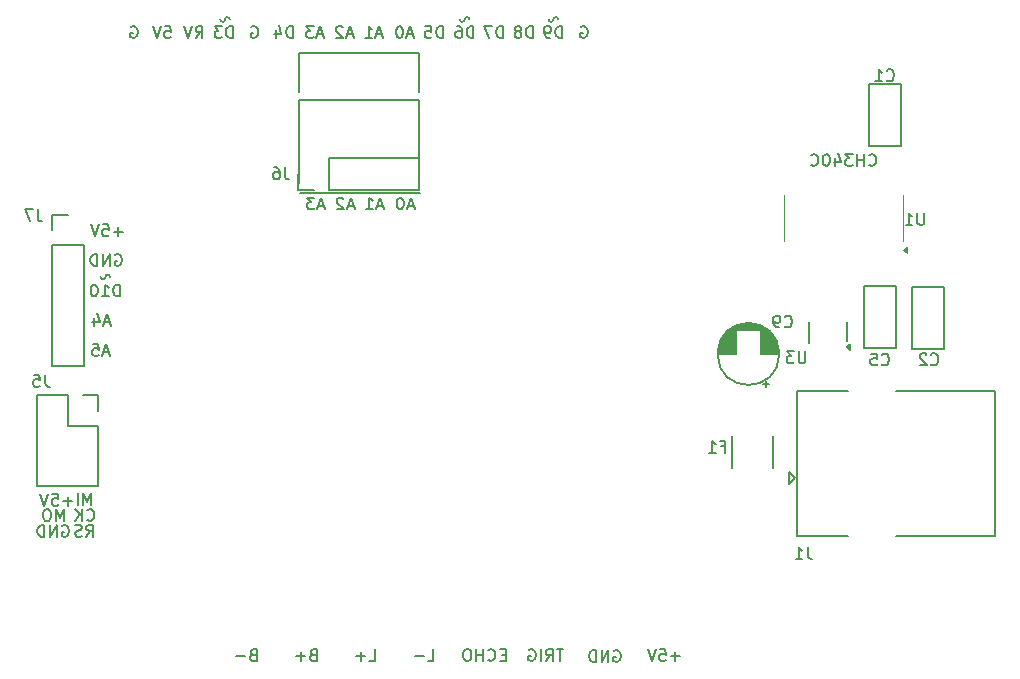
<source format=gbr>
%TF.GenerationSoftware,KiCad,Pcbnew,9.0.4*%
%TF.CreationDate,2025-08-25T16:14:29+02:00*%
%TF.ProjectId,livello_serbatoio_definitiva,6c697665-6c6c-46f5-9f73-65726261746f,D*%
%TF.SameCoordinates,Original*%
%TF.FileFunction,Legend,Bot*%
%TF.FilePolarity,Positive*%
%FSLAX46Y46*%
G04 Gerber Fmt 4.6, Leading zero omitted, Abs format (unit mm)*
G04 Created by KiCad (PCBNEW 9.0.4) date 2025-08-25 16:14:29*
%MOMM*%
%LPD*%
G01*
G04 APERTURE LIST*
%ADD10C,0.150000*%
%ADD11C,0.153000*%
%ADD12C,0.160000*%
%ADD13C,0.120000*%
G04 APERTURE END LIST*
D10*
X104700000Y-84000000D02*
G75*
G02*
X104300000Y-84000000I-200000J0D01*
G01*
X104700000Y-84000000D02*
G75*
G02*
X105100000Y-84000000I200000J0D01*
G01*
X110960000Y-90130000D02*
X110960000Y-86870000D01*
X121140000Y-86870000D02*
X121140000Y-90130000D01*
X110960000Y-90830000D02*
X110960000Y-97840000D01*
X132500000Y-84000000D02*
G75*
G02*
X132100000Y-84000000I-200000J0D01*
G01*
X94570000Y-105800000D02*
G75*
G02*
X94970000Y-105800000I200000J0D01*
G01*
X110970000Y-86870000D02*
X121140000Y-86870000D01*
X94570000Y-105800000D02*
G75*
G02*
X94170000Y-105800000I-200000J0D01*
G01*
X132500000Y-84000000D02*
G75*
G02*
X132900000Y-84000000I200000J0D01*
G01*
X121140000Y-90850000D02*
X110960000Y-90850000D01*
X121205000Y-98650000D02*
X111025000Y-98650000D01*
X125000000Y-84000000D02*
G75*
G02*
X125400000Y-84000000I200000J0D01*
G01*
X125000000Y-84000000D02*
G75*
G02*
X124600000Y-84000000I-200000J0D01*
G01*
X121140000Y-97840000D02*
X121140000Y-90840000D01*
X116919523Y-138304819D02*
X117395713Y-138304819D01*
X117395713Y-138304819D02*
X117395713Y-137304819D01*
X116586189Y-137923866D02*
X115824285Y-137923866D01*
X116205237Y-138304819D02*
X116205237Y-137542914D01*
X107057618Y-137781009D02*
X106914761Y-137828628D01*
X106914761Y-137828628D02*
X106867142Y-137876247D01*
X106867142Y-137876247D02*
X106819523Y-137971485D01*
X106819523Y-137971485D02*
X106819523Y-138114342D01*
X106819523Y-138114342D02*
X106867142Y-138209580D01*
X106867142Y-138209580D02*
X106914761Y-138257200D01*
X106914761Y-138257200D02*
X107009999Y-138304819D01*
X107009999Y-138304819D02*
X107390951Y-138304819D01*
X107390951Y-138304819D02*
X107390951Y-137304819D01*
X107390951Y-137304819D02*
X107057618Y-137304819D01*
X107057618Y-137304819D02*
X106962380Y-137352438D01*
X106962380Y-137352438D02*
X106914761Y-137400057D01*
X106914761Y-137400057D02*
X106867142Y-137495295D01*
X106867142Y-137495295D02*
X106867142Y-137590533D01*
X106867142Y-137590533D02*
X106914761Y-137685771D01*
X106914761Y-137685771D02*
X106962380Y-137733390D01*
X106962380Y-137733390D02*
X107057618Y-137781009D01*
X107057618Y-137781009D02*
X107390951Y-137781009D01*
X106390951Y-137923866D02*
X105629047Y-137923866D01*
X91057142Y-126474819D02*
X91057142Y-125474819D01*
X91057142Y-125474819D02*
X90723809Y-126189104D01*
X90723809Y-126189104D02*
X90390476Y-125474819D01*
X90390476Y-125474819D02*
X90390476Y-126474819D01*
X89723809Y-125474819D02*
X89533333Y-125474819D01*
X89533333Y-125474819D02*
X89438095Y-125522438D01*
X89438095Y-125522438D02*
X89342857Y-125617676D01*
X89342857Y-125617676D02*
X89295238Y-125808152D01*
X89295238Y-125808152D02*
X89295238Y-126141485D01*
X89295238Y-126141485D02*
X89342857Y-126331961D01*
X89342857Y-126331961D02*
X89438095Y-126427200D01*
X89438095Y-126427200D02*
X89533333Y-126474819D01*
X89533333Y-126474819D02*
X89723809Y-126474819D01*
X89723809Y-126474819D02*
X89819047Y-126427200D01*
X89819047Y-126427200D02*
X89914285Y-126331961D01*
X89914285Y-126331961D02*
X89961904Y-126141485D01*
X89961904Y-126141485D02*
X89961904Y-125808152D01*
X89961904Y-125808152D02*
X89914285Y-125617676D01*
X89914285Y-125617676D02*
X89819047Y-125522438D01*
X89819047Y-125522438D02*
X89723809Y-125474819D01*
X94894285Y-112189104D02*
X94418095Y-112189104D01*
X94989523Y-112474819D02*
X94656190Y-111474819D01*
X94656190Y-111474819D02*
X94322857Y-112474819D01*
X93513333Y-111474819D02*
X93989523Y-111474819D01*
X93989523Y-111474819D02*
X94037142Y-111951009D01*
X94037142Y-111951009D02*
X93989523Y-111903390D01*
X93989523Y-111903390D02*
X93894285Y-111855771D01*
X93894285Y-111855771D02*
X93656190Y-111855771D01*
X93656190Y-111855771D02*
X93560952Y-111903390D01*
X93560952Y-111903390D02*
X93513333Y-111951009D01*
X93513333Y-111951009D02*
X93465714Y-112046247D01*
X93465714Y-112046247D02*
X93465714Y-112284342D01*
X93465714Y-112284342D02*
X93513333Y-112379580D01*
X93513333Y-112379580D02*
X93560952Y-112427200D01*
X93560952Y-112427200D02*
X93656190Y-112474819D01*
X93656190Y-112474819D02*
X93894285Y-112474819D01*
X93894285Y-112474819D02*
X93989523Y-112427200D01*
X93989523Y-112427200D02*
X94037142Y-112379580D01*
X94954285Y-109629104D02*
X94478095Y-109629104D01*
X95049523Y-109914819D02*
X94716190Y-108914819D01*
X94716190Y-108914819D02*
X94382857Y-109914819D01*
X93620952Y-109248152D02*
X93620952Y-109914819D01*
X93859047Y-108867200D02*
X94097142Y-109581485D01*
X94097142Y-109581485D02*
X93478095Y-109581485D01*
X95814285Y-107444819D02*
X95814285Y-106444819D01*
X95814285Y-106444819D02*
X95576190Y-106444819D01*
X95576190Y-106444819D02*
X95433333Y-106492438D01*
X95433333Y-106492438D02*
X95338095Y-106587676D01*
X95338095Y-106587676D02*
X95290476Y-106682914D01*
X95290476Y-106682914D02*
X95242857Y-106873390D01*
X95242857Y-106873390D02*
X95242857Y-107016247D01*
X95242857Y-107016247D02*
X95290476Y-107206723D01*
X95290476Y-107206723D02*
X95338095Y-107301961D01*
X95338095Y-107301961D02*
X95433333Y-107397200D01*
X95433333Y-107397200D02*
X95576190Y-107444819D01*
X95576190Y-107444819D02*
X95814285Y-107444819D01*
X94290476Y-107444819D02*
X94861904Y-107444819D01*
X94576190Y-107444819D02*
X94576190Y-106444819D01*
X94576190Y-106444819D02*
X94671428Y-106587676D01*
X94671428Y-106587676D02*
X94766666Y-106682914D01*
X94766666Y-106682914D02*
X94861904Y-106730533D01*
X93671428Y-106444819D02*
X93576190Y-106444819D01*
X93576190Y-106444819D02*
X93480952Y-106492438D01*
X93480952Y-106492438D02*
X93433333Y-106540057D01*
X93433333Y-106540057D02*
X93385714Y-106635295D01*
X93385714Y-106635295D02*
X93338095Y-106825771D01*
X93338095Y-106825771D02*
X93338095Y-107063866D01*
X93338095Y-107063866D02*
X93385714Y-107254342D01*
X93385714Y-107254342D02*
X93433333Y-107349580D01*
X93433333Y-107349580D02*
X93480952Y-107397200D01*
X93480952Y-107397200D02*
X93576190Y-107444819D01*
X93576190Y-107444819D02*
X93671428Y-107444819D01*
X93671428Y-107444819D02*
X93766666Y-107397200D01*
X93766666Y-107397200D02*
X93814285Y-107349580D01*
X93814285Y-107349580D02*
X93861904Y-107254342D01*
X93861904Y-107254342D02*
X93909523Y-107063866D01*
X93909523Y-107063866D02*
X93909523Y-106825771D01*
X93909523Y-106825771D02*
X93861904Y-106635295D01*
X93861904Y-106635295D02*
X93814285Y-106540057D01*
X93814285Y-106540057D02*
X93766666Y-106492438D01*
X93766666Y-106492438D02*
X93671428Y-106444819D01*
X113014285Y-85269104D02*
X112538095Y-85269104D01*
X113109523Y-85554819D02*
X112776190Y-84554819D01*
X112776190Y-84554819D02*
X112442857Y-85554819D01*
X112204761Y-84554819D02*
X111585714Y-84554819D01*
X111585714Y-84554819D02*
X111919047Y-84935771D01*
X111919047Y-84935771D02*
X111776190Y-84935771D01*
X111776190Y-84935771D02*
X111680952Y-84983390D01*
X111680952Y-84983390D02*
X111633333Y-85031009D01*
X111633333Y-85031009D02*
X111585714Y-85126247D01*
X111585714Y-85126247D02*
X111585714Y-85364342D01*
X111585714Y-85364342D02*
X111633333Y-85459580D01*
X111633333Y-85459580D02*
X111680952Y-85507200D01*
X111680952Y-85507200D02*
X111776190Y-85554819D01*
X111776190Y-85554819D02*
X112061904Y-85554819D01*
X112061904Y-85554819D02*
X112157142Y-85507200D01*
X112157142Y-85507200D02*
X112204761Y-85459580D01*
X115514285Y-85269104D02*
X115038095Y-85269104D01*
X115609523Y-85554819D02*
X115276190Y-84554819D01*
X115276190Y-84554819D02*
X114942857Y-85554819D01*
X114657142Y-84650057D02*
X114609523Y-84602438D01*
X114609523Y-84602438D02*
X114514285Y-84554819D01*
X114514285Y-84554819D02*
X114276190Y-84554819D01*
X114276190Y-84554819D02*
X114180952Y-84602438D01*
X114180952Y-84602438D02*
X114133333Y-84650057D01*
X114133333Y-84650057D02*
X114085714Y-84745295D01*
X114085714Y-84745295D02*
X114085714Y-84840533D01*
X114085714Y-84840533D02*
X114133333Y-84983390D01*
X114133333Y-84983390D02*
X114704761Y-85554819D01*
X114704761Y-85554819D02*
X114085714Y-85554819D01*
X118014285Y-85269104D02*
X117538095Y-85269104D01*
X118109523Y-85554819D02*
X117776190Y-84554819D01*
X117776190Y-84554819D02*
X117442857Y-85554819D01*
X116585714Y-85554819D02*
X117157142Y-85554819D01*
X116871428Y-85554819D02*
X116871428Y-84554819D01*
X116871428Y-84554819D02*
X116966666Y-84697676D01*
X116966666Y-84697676D02*
X117061904Y-84792914D01*
X117061904Y-84792914D02*
X117157142Y-84840533D01*
X120614285Y-85269104D02*
X120138095Y-85269104D01*
X120709523Y-85554819D02*
X120376190Y-84554819D01*
X120376190Y-84554819D02*
X120042857Y-85554819D01*
X119519047Y-84554819D02*
X119423809Y-84554819D01*
X119423809Y-84554819D02*
X119328571Y-84602438D01*
X119328571Y-84602438D02*
X119280952Y-84650057D01*
X119280952Y-84650057D02*
X119233333Y-84745295D01*
X119233333Y-84745295D02*
X119185714Y-84935771D01*
X119185714Y-84935771D02*
X119185714Y-85173866D01*
X119185714Y-85173866D02*
X119233333Y-85364342D01*
X119233333Y-85364342D02*
X119280952Y-85459580D01*
X119280952Y-85459580D02*
X119328571Y-85507200D01*
X119328571Y-85507200D02*
X119423809Y-85554819D01*
X119423809Y-85554819D02*
X119519047Y-85554819D01*
X119519047Y-85554819D02*
X119614285Y-85507200D01*
X119614285Y-85507200D02*
X119661904Y-85459580D01*
X119661904Y-85459580D02*
X119709523Y-85364342D01*
X119709523Y-85364342D02*
X119757142Y-85173866D01*
X119757142Y-85173866D02*
X119757142Y-84935771D01*
X119757142Y-84935771D02*
X119709523Y-84745295D01*
X119709523Y-84745295D02*
X119661904Y-84650057D01*
X119661904Y-84650057D02*
X119614285Y-84602438D01*
X119614285Y-84602438D02*
X119519047Y-84554819D01*
X95401904Y-103912438D02*
X95497142Y-103864819D01*
X95497142Y-103864819D02*
X95639999Y-103864819D01*
X95639999Y-103864819D02*
X95782856Y-103912438D01*
X95782856Y-103912438D02*
X95878094Y-104007676D01*
X95878094Y-104007676D02*
X95925713Y-104102914D01*
X95925713Y-104102914D02*
X95973332Y-104293390D01*
X95973332Y-104293390D02*
X95973332Y-104436247D01*
X95973332Y-104436247D02*
X95925713Y-104626723D01*
X95925713Y-104626723D02*
X95878094Y-104721961D01*
X95878094Y-104721961D02*
X95782856Y-104817200D01*
X95782856Y-104817200D02*
X95639999Y-104864819D01*
X95639999Y-104864819D02*
X95544761Y-104864819D01*
X95544761Y-104864819D02*
X95401904Y-104817200D01*
X95401904Y-104817200D02*
X95354285Y-104769580D01*
X95354285Y-104769580D02*
X95354285Y-104436247D01*
X95354285Y-104436247D02*
X95544761Y-104436247D01*
X94925713Y-104864819D02*
X94925713Y-103864819D01*
X94925713Y-103864819D02*
X94354285Y-104864819D01*
X94354285Y-104864819D02*
X94354285Y-103864819D01*
X93878094Y-104864819D02*
X93878094Y-103864819D01*
X93878094Y-103864819D02*
X93639999Y-103864819D01*
X93639999Y-103864819D02*
X93497142Y-103912438D01*
X93497142Y-103912438D02*
X93401904Y-104007676D01*
X93401904Y-104007676D02*
X93354285Y-104102914D01*
X93354285Y-104102914D02*
X93306666Y-104293390D01*
X93306666Y-104293390D02*
X93306666Y-104436247D01*
X93306666Y-104436247D02*
X93354285Y-104626723D01*
X93354285Y-104626723D02*
X93401904Y-104721961D01*
X93401904Y-104721961D02*
X93497142Y-104817200D01*
X93497142Y-104817200D02*
X93639999Y-104864819D01*
X93639999Y-104864819D02*
X93878094Y-104864819D01*
X96055713Y-101963866D02*
X95293809Y-101963866D01*
X95674761Y-102344819D02*
X95674761Y-101582914D01*
X94341428Y-101344819D02*
X94817618Y-101344819D01*
X94817618Y-101344819D02*
X94865237Y-101821009D01*
X94865237Y-101821009D02*
X94817618Y-101773390D01*
X94817618Y-101773390D02*
X94722380Y-101725771D01*
X94722380Y-101725771D02*
X94484285Y-101725771D01*
X94484285Y-101725771D02*
X94389047Y-101773390D01*
X94389047Y-101773390D02*
X94341428Y-101821009D01*
X94341428Y-101821009D02*
X94293809Y-101916247D01*
X94293809Y-101916247D02*
X94293809Y-102154342D01*
X94293809Y-102154342D02*
X94341428Y-102249580D01*
X94341428Y-102249580D02*
X94389047Y-102297200D01*
X94389047Y-102297200D02*
X94484285Y-102344819D01*
X94484285Y-102344819D02*
X94722380Y-102344819D01*
X94722380Y-102344819D02*
X94817618Y-102297200D01*
X94817618Y-102297200D02*
X94865237Y-102249580D01*
X94008094Y-101344819D02*
X93674761Y-102344819D01*
X93674761Y-102344819D02*
X93341428Y-101344819D01*
X121849523Y-138304819D02*
X122325713Y-138304819D01*
X122325713Y-138304819D02*
X122325713Y-137304819D01*
X121516189Y-137923866D02*
X120754285Y-137923866D01*
X91785713Y-124773866D02*
X91023809Y-124773866D01*
X91404761Y-125154819D02*
X91404761Y-124392914D01*
X90071428Y-124154819D02*
X90547618Y-124154819D01*
X90547618Y-124154819D02*
X90595237Y-124631009D01*
X90595237Y-124631009D02*
X90547618Y-124583390D01*
X90547618Y-124583390D02*
X90452380Y-124535771D01*
X90452380Y-124535771D02*
X90214285Y-124535771D01*
X90214285Y-124535771D02*
X90119047Y-124583390D01*
X90119047Y-124583390D02*
X90071428Y-124631009D01*
X90071428Y-124631009D02*
X90023809Y-124726247D01*
X90023809Y-124726247D02*
X90023809Y-124964342D01*
X90023809Y-124964342D02*
X90071428Y-125059580D01*
X90071428Y-125059580D02*
X90119047Y-125107200D01*
X90119047Y-125107200D02*
X90214285Y-125154819D01*
X90214285Y-125154819D02*
X90452380Y-125154819D01*
X90452380Y-125154819D02*
X90547618Y-125107200D01*
X90547618Y-125107200D02*
X90595237Y-125059580D01*
X89738094Y-124154819D02*
X89404761Y-125154819D01*
X89404761Y-125154819D02*
X89071428Y-124154819D01*
X90920952Y-126852438D02*
X91016190Y-126804819D01*
X91016190Y-126804819D02*
X91159047Y-126804819D01*
X91159047Y-126804819D02*
X91301904Y-126852438D01*
X91301904Y-126852438D02*
X91397142Y-126947676D01*
X91397142Y-126947676D02*
X91444761Y-127042914D01*
X91444761Y-127042914D02*
X91492380Y-127233390D01*
X91492380Y-127233390D02*
X91492380Y-127376247D01*
X91492380Y-127376247D02*
X91444761Y-127566723D01*
X91444761Y-127566723D02*
X91397142Y-127661961D01*
X91397142Y-127661961D02*
X91301904Y-127757200D01*
X91301904Y-127757200D02*
X91159047Y-127804819D01*
X91159047Y-127804819D02*
X91063809Y-127804819D01*
X91063809Y-127804819D02*
X90920952Y-127757200D01*
X90920952Y-127757200D02*
X90873333Y-127709580D01*
X90873333Y-127709580D02*
X90873333Y-127376247D01*
X90873333Y-127376247D02*
X91063809Y-127376247D01*
X90444761Y-127804819D02*
X90444761Y-126804819D01*
X90444761Y-126804819D02*
X89873333Y-127804819D01*
X89873333Y-127804819D02*
X89873333Y-126804819D01*
X89397142Y-127804819D02*
X89397142Y-126804819D01*
X89397142Y-126804819D02*
X89159047Y-126804819D01*
X89159047Y-126804819D02*
X89016190Y-126852438D01*
X89016190Y-126852438D02*
X88920952Y-126947676D01*
X88920952Y-126947676D02*
X88873333Y-127042914D01*
X88873333Y-127042914D02*
X88825714Y-127233390D01*
X88825714Y-127233390D02*
X88825714Y-127376247D01*
X88825714Y-127376247D02*
X88873333Y-127566723D01*
X88873333Y-127566723D02*
X88920952Y-127661961D01*
X88920952Y-127661961D02*
X89016190Y-127757200D01*
X89016190Y-127757200D02*
X89159047Y-127804819D01*
X89159047Y-127804819D02*
X89397142Y-127804819D01*
X123138094Y-85554819D02*
X123138094Y-84554819D01*
X123138094Y-84554819D02*
X122899999Y-84554819D01*
X122899999Y-84554819D02*
X122757142Y-84602438D01*
X122757142Y-84602438D02*
X122661904Y-84697676D01*
X122661904Y-84697676D02*
X122614285Y-84792914D01*
X122614285Y-84792914D02*
X122566666Y-84983390D01*
X122566666Y-84983390D02*
X122566666Y-85126247D01*
X122566666Y-85126247D02*
X122614285Y-85316723D01*
X122614285Y-85316723D02*
X122661904Y-85411961D01*
X122661904Y-85411961D02*
X122757142Y-85507200D01*
X122757142Y-85507200D02*
X122899999Y-85554819D01*
X122899999Y-85554819D02*
X123138094Y-85554819D01*
X121661904Y-84554819D02*
X122138094Y-84554819D01*
X122138094Y-84554819D02*
X122185713Y-85031009D01*
X122185713Y-85031009D02*
X122138094Y-84983390D01*
X122138094Y-84983390D02*
X122042856Y-84935771D01*
X122042856Y-84935771D02*
X121804761Y-84935771D01*
X121804761Y-84935771D02*
X121709523Y-84983390D01*
X121709523Y-84983390D02*
X121661904Y-85031009D01*
X121661904Y-85031009D02*
X121614285Y-85126247D01*
X121614285Y-85126247D02*
X121614285Y-85364342D01*
X121614285Y-85364342D02*
X121661904Y-85459580D01*
X121661904Y-85459580D02*
X121709523Y-85507200D01*
X121709523Y-85507200D02*
X121804761Y-85554819D01*
X121804761Y-85554819D02*
X122042856Y-85554819D01*
X122042856Y-85554819D02*
X122138094Y-85507200D01*
X122138094Y-85507200D02*
X122185713Y-85459580D01*
X102219047Y-85554819D02*
X102552380Y-85078628D01*
X102790475Y-85554819D02*
X102790475Y-84554819D01*
X102790475Y-84554819D02*
X102409523Y-84554819D01*
X102409523Y-84554819D02*
X102314285Y-84602438D01*
X102314285Y-84602438D02*
X102266666Y-84650057D01*
X102266666Y-84650057D02*
X102219047Y-84745295D01*
X102219047Y-84745295D02*
X102219047Y-84888152D01*
X102219047Y-84888152D02*
X102266666Y-84983390D01*
X102266666Y-84983390D02*
X102314285Y-85031009D01*
X102314285Y-85031009D02*
X102409523Y-85078628D01*
X102409523Y-85078628D02*
X102790475Y-85078628D01*
X101933332Y-84554819D02*
X101599999Y-85554819D01*
X101599999Y-85554819D02*
X101266666Y-84554819D01*
X99590476Y-84554819D02*
X100066666Y-84554819D01*
X100066666Y-84554819D02*
X100114285Y-85031009D01*
X100114285Y-85031009D02*
X100066666Y-84983390D01*
X100066666Y-84983390D02*
X99971428Y-84935771D01*
X99971428Y-84935771D02*
X99733333Y-84935771D01*
X99733333Y-84935771D02*
X99638095Y-84983390D01*
X99638095Y-84983390D02*
X99590476Y-85031009D01*
X99590476Y-85031009D02*
X99542857Y-85126247D01*
X99542857Y-85126247D02*
X99542857Y-85364342D01*
X99542857Y-85364342D02*
X99590476Y-85459580D01*
X99590476Y-85459580D02*
X99638095Y-85507200D01*
X99638095Y-85507200D02*
X99733333Y-85554819D01*
X99733333Y-85554819D02*
X99971428Y-85554819D01*
X99971428Y-85554819D02*
X100066666Y-85507200D01*
X100066666Y-85507200D02*
X100114285Y-85459580D01*
X99257142Y-84554819D02*
X98923809Y-85554819D01*
X98923809Y-85554819D02*
X98590476Y-84554819D01*
X125738094Y-85554819D02*
X125738094Y-84554819D01*
X125738094Y-84554819D02*
X125499999Y-84554819D01*
X125499999Y-84554819D02*
X125357142Y-84602438D01*
X125357142Y-84602438D02*
X125261904Y-84697676D01*
X125261904Y-84697676D02*
X125214285Y-84792914D01*
X125214285Y-84792914D02*
X125166666Y-84983390D01*
X125166666Y-84983390D02*
X125166666Y-85126247D01*
X125166666Y-85126247D02*
X125214285Y-85316723D01*
X125214285Y-85316723D02*
X125261904Y-85411961D01*
X125261904Y-85411961D02*
X125357142Y-85507200D01*
X125357142Y-85507200D02*
X125499999Y-85554819D01*
X125499999Y-85554819D02*
X125738094Y-85554819D01*
X124309523Y-84554819D02*
X124499999Y-84554819D01*
X124499999Y-84554819D02*
X124595237Y-84602438D01*
X124595237Y-84602438D02*
X124642856Y-84650057D01*
X124642856Y-84650057D02*
X124738094Y-84792914D01*
X124738094Y-84792914D02*
X124785713Y-84983390D01*
X124785713Y-84983390D02*
X124785713Y-85364342D01*
X124785713Y-85364342D02*
X124738094Y-85459580D01*
X124738094Y-85459580D02*
X124690475Y-85507200D01*
X124690475Y-85507200D02*
X124595237Y-85554819D01*
X124595237Y-85554819D02*
X124404761Y-85554819D01*
X124404761Y-85554819D02*
X124309523Y-85507200D01*
X124309523Y-85507200D02*
X124261904Y-85459580D01*
X124261904Y-85459580D02*
X124214285Y-85364342D01*
X124214285Y-85364342D02*
X124214285Y-85126247D01*
X124214285Y-85126247D02*
X124261904Y-85031009D01*
X124261904Y-85031009D02*
X124309523Y-84983390D01*
X124309523Y-84983390D02*
X124404761Y-84935771D01*
X124404761Y-84935771D02*
X124595237Y-84935771D01*
X124595237Y-84935771D02*
X124690475Y-84983390D01*
X124690475Y-84983390D02*
X124738094Y-85031009D01*
X124738094Y-85031009D02*
X124785713Y-85126247D01*
X133238094Y-85554819D02*
X133238094Y-84554819D01*
X133238094Y-84554819D02*
X132999999Y-84554819D01*
X132999999Y-84554819D02*
X132857142Y-84602438D01*
X132857142Y-84602438D02*
X132761904Y-84697676D01*
X132761904Y-84697676D02*
X132714285Y-84792914D01*
X132714285Y-84792914D02*
X132666666Y-84983390D01*
X132666666Y-84983390D02*
X132666666Y-85126247D01*
X132666666Y-85126247D02*
X132714285Y-85316723D01*
X132714285Y-85316723D02*
X132761904Y-85411961D01*
X132761904Y-85411961D02*
X132857142Y-85507200D01*
X132857142Y-85507200D02*
X132999999Y-85554819D01*
X132999999Y-85554819D02*
X133238094Y-85554819D01*
X132190475Y-85554819D02*
X131999999Y-85554819D01*
X131999999Y-85554819D02*
X131904761Y-85507200D01*
X131904761Y-85507200D02*
X131857142Y-85459580D01*
X131857142Y-85459580D02*
X131761904Y-85316723D01*
X131761904Y-85316723D02*
X131714285Y-85126247D01*
X131714285Y-85126247D02*
X131714285Y-84745295D01*
X131714285Y-84745295D02*
X131761904Y-84650057D01*
X131761904Y-84650057D02*
X131809523Y-84602438D01*
X131809523Y-84602438D02*
X131904761Y-84554819D01*
X131904761Y-84554819D02*
X132095237Y-84554819D01*
X132095237Y-84554819D02*
X132190475Y-84602438D01*
X132190475Y-84602438D02*
X132238094Y-84650057D01*
X132238094Y-84650057D02*
X132285713Y-84745295D01*
X132285713Y-84745295D02*
X132285713Y-84983390D01*
X132285713Y-84983390D02*
X132238094Y-85078628D01*
X132238094Y-85078628D02*
X132190475Y-85126247D01*
X132190475Y-85126247D02*
X132095237Y-85173866D01*
X132095237Y-85173866D02*
X131904761Y-85173866D01*
X131904761Y-85173866D02*
X131809523Y-85126247D01*
X131809523Y-85126247D02*
X131761904Y-85078628D01*
X131761904Y-85078628D02*
X131714285Y-84983390D01*
X134838095Y-84602438D02*
X134933333Y-84554819D01*
X134933333Y-84554819D02*
X135076190Y-84554819D01*
X135076190Y-84554819D02*
X135219047Y-84602438D01*
X135219047Y-84602438D02*
X135314285Y-84697676D01*
X135314285Y-84697676D02*
X135361904Y-84792914D01*
X135361904Y-84792914D02*
X135409523Y-84983390D01*
X135409523Y-84983390D02*
X135409523Y-85126247D01*
X135409523Y-85126247D02*
X135361904Y-85316723D01*
X135361904Y-85316723D02*
X135314285Y-85411961D01*
X135314285Y-85411961D02*
X135219047Y-85507200D01*
X135219047Y-85507200D02*
X135076190Y-85554819D01*
X135076190Y-85554819D02*
X134980952Y-85554819D01*
X134980952Y-85554819D02*
X134838095Y-85507200D01*
X134838095Y-85507200D02*
X134790476Y-85459580D01*
X134790476Y-85459580D02*
X134790476Y-85126247D01*
X134790476Y-85126247D02*
X134980952Y-85126247D01*
X130738094Y-85554819D02*
X130738094Y-84554819D01*
X130738094Y-84554819D02*
X130499999Y-84554819D01*
X130499999Y-84554819D02*
X130357142Y-84602438D01*
X130357142Y-84602438D02*
X130261904Y-84697676D01*
X130261904Y-84697676D02*
X130214285Y-84792914D01*
X130214285Y-84792914D02*
X130166666Y-84983390D01*
X130166666Y-84983390D02*
X130166666Y-85126247D01*
X130166666Y-85126247D02*
X130214285Y-85316723D01*
X130214285Y-85316723D02*
X130261904Y-85411961D01*
X130261904Y-85411961D02*
X130357142Y-85507200D01*
X130357142Y-85507200D02*
X130499999Y-85554819D01*
X130499999Y-85554819D02*
X130738094Y-85554819D01*
X129595237Y-84983390D02*
X129690475Y-84935771D01*
X129690475Y-84935771D02*
X129738094Y-84888152D01*
X129738094Y-84888152D02*
X129785713Y-84792914D01*
X129785713Y-84792914D02*
X129785713Y-84745295D01*
X129785713Y-84745295D02*
X129738094Y-84650057D01*
X129738094Y-84650057D02*
X129690475Y-84602438D01*
X129690475Y-84602438D02*
X129595237Y-84554819D01*
X129595237Y-84554819D02*
X129404761Y-84554819D01*
X129404761Y-84554819D02*
X129309523Y-84602438D01*
X129309523Y-84602438D02*
X129261904Y-84650057D01*
X129261904Y-84650057D02*
X129214285Y-84745295D01*
X129214285Y-84745295D02*
X129214285Y-84792914D01*
X129214285Y-84792914D02*
X129261904Y-84888152D01*
X129261904Y-84888152D02*
X129309523Y-84935771D01*
X129309523Y-84935771D02*
X129404761Y-84983390D01*
X129404761Y-84983390D02*
X129595237Y-84983390D01*
X129595237Y-84983390D02*
X129690475Y-85031009D01*
X129690475Y-85031009D02*
X129738094Y-85078628D01*
X129738094Y-85078628D02*
X129785713Y-85173866D01*
X129785713Y-85173866D02*
X129785713Y-85364342D01*
X129785713Y-85364342D02*
X129738094Y-85459580D01*
X129738094Y-85459580D02*
X129690475Y-85507200D01*
X129690475Y-85507200D02*
X129595237Y-85554819D01*
X129595237Y-85554819D02*
X129404761Y-85554819D01*
X129404761Y-85554819D02*
X129309523Y-85507200D01*
X129309523Y-85507200D02*
X129261904Y-85459580D01*
X129261904Y-85459580D02*
X129214285Y-85364342D01*
X129214285Y-85364342D02*
X129214285Y-85173866D01*
X129214285Y-85173866D02*
X129261904Y-85078628D01*
X129261904Y-85078628D02*
X129309523Y-85031009D01*
X129309523Y-85031009D02*
X129404761Y-84983390D01*
X105338094Y-85554819D02*
X105338094Y-84554819D01*
X105338094Y-84554819D02*
X105099999Y-84554819D01*
X105099999Y-84554819D02*
X104957142Y-84602438D01*
X104957142Y-84602438D02*
X104861904Y-84697676D01*
X104861904Y-84697676D02*
X104814285Y-84792914D01*
X104814285Y-84792914D02*
X104766666Y-84983390D01*
X104766666Y-84983390D02*
X104766666Y-85126247D01*
X104766666Y-85126247D02*
X104814285Y-85316723D01*
X104814285Y-85316723D02*
X104861904Y-85411961D01*
X104861904Y-85411961D02*
X104957142Y-85507200D01*
X104957142Y-85507200D02*
X105099999Y-85554819D01*
X105099999Y-85554819D02*
X105338094Y-85554819D01*
X104433332Y-84554819D02*
X103814285Y-84554819D01*
X103814285Y-84554819D02*
X104147618Y-84935771D01*
X104147618Y-84935771D02*
X104004761Y-84935771D01*
X104004761Y-84935771D02*
X103909523Y-84983390D01*
X103909523Y-84983390D02*
X103861904Y-85031009D01*
X103861904Y-85031009D02*
X103814285Y-85126247D01*
X103814285Y-85126247D02*
X103814285Y-85364342D01*
X103814285Y-85364342D02*
X103861904Y-85459580D01*
X103861904Y-85459580D02*
X103909523Y-85507200D01*
X103909523Y-85507200D02*
X104004761Y-85554819D01*
X104004761Y-85554819D02*
X104290475Y-85554819D01*
X104290475Y-85554819D02*
X104385713Y-85507200D01*
X104385713Y-85507200D02*
X104433332Y-85459580D01*
X128238094Y-85554819D02*
X128238094Y-84554819D01*
X128238094Y-84554819D02*
X127999999Y-84554819D01*
X127999999Y-84554819D02*
X127857142Y-84602438D01*
X127857142Y-84602438D02*
X127761904Y-84697676D01*
X127761904Y-84697676D02*
X127714285Y-84792914D01*
X127714285Y-84792914D02*
X127666666Y-84983390D01*
X127666666Y-84983390D02*
X127666666Y-85126247D01*
X127666666Y-85126247D02*
X127714285Y-85316723D01*
X127714285Y-85316723D02*
X127761904Y-85411961D01*
X127761904Y-85411961D02*
X127857142Y-85507200D01*
X127857142Y-85507200D02*
X127999999Y-85554819D01*
X127999999Y-85554819D02*
X128238094Y-85554819D01*
X127333332Y-84554819D02*
X126666666Y-84554819D01*
X126666666Y-84554819D02*
X127095237Y-85554819D01*
X110438094Y-85554819D02*
X110438094Y-84554819D01*
X110438094Y-84554819D02*
X110199999Y-84554819D01*
X110199999Y-84554819D02*
X110057142Y-84602438D01*
X110057142Y-84602438D02*
X109961904Y-84697676D01*
X109961904Y-84697676D02*
X109914285Y-84792914D01*
X109914285Y-84792914D02*
X109866666Y-84983390D01*
X109866666Y-84983390D02*
X109866666Y-85126247D01*
X109866666Y-85126247D02*
X109914285Y-85316723D01*
X109914285Y-85316723D02*
X109961904Y-85411961D01*
X109961904Y-85411961D02*
X110057142Y-85507200D01*
X110057142Y-85507200D02*
X110199999Y-85554819D01*
X110199999Y-85554819D02*
X110438094Y-85554819D01*
X109009523Y-84888152D02*
X109009523Y-85554819D01*
X109247618Y-84507200D02*
X109485713Y-85221485D01*
X109485713Y-85221485D02*
X108866666Y-85221485D01*
X106938095Y-84602438D02*
X107033333Y-84554819D01*
X107033333Y-84554819D02*
X107176190Y-84554819D01*
X107176190Y-84554819D02*
X107319047Y-84602438D01*
X107319047Y-84602438D02*
X107414285Y-84697676D01*
X107414285Y-84697676D02*
X107461904Y-84792914D01*
X107461904Y-84792914D02*
X107509523Y-84983390D01*
X107509523Y-84983390D02*
X107509523Y-85126247D01*
X107509523Y-85126247D02*
X107461904Y-85316723D01*
X107461904Y-85316723D02*
X107414285Y-85411961D01*
X107414285Y-85411961D02*
X107319047Y-85507200D01*
X107319047Y-85507200D02*
X107176190Y-85554819D01*
X107176190Y-85554819D02*
X107080952Y-85554819D01*
X107080952Y-85554819D02*
X106938095Y-85507200D01*
X106938095Y-85507200D02*
X106890476Y-85459580D01*
X106890476Y-85459580D02*
X106890476Y-85126247D01*
X106890476Y-85126247D02*
X107080952Y-85126247D01*
X96738095Y-84602438D02*
X96833333Y-84554819D01*
X96833333Y-84554819D02*
X96976190Y-84554819D01*
X96976190Y-84554819D02*
X97119047Y-84602438D01*
X97119047Y-84602438D02*
X97214285Y-84697676D01*
X97214285Y-84697676D02*
X97261904Y-84792914D01*
X97261904Y-84792914D02*
X97309523Y-84983390D01*
X97309523Y-84983390D02*
X97309523Y-85126247D01*
X97309523Y-85126247D02*
X97261904Y-85316723D01*
X97261904Y-85316723D02*
X97214285Y-85411961D01*
X97214285Y-85411961D02*
X97119047Y-85507200D01*
X97119047Y-85507200D02*
X96976190Y-85554819D01*
X96976190Y-85554819D02*
X96880952Y-85554819D01*
X96880952Y-85554819D02*
X96738095Y-85507200D01*
X96738095Y-85507200D02*
X96690476Y-85459580D01*
X96690476Y-85459580D02*
X96690476Y-85126247D01*
X96690476Y-85126247D02*
X96880952Y-85126247D01*
X115579285Y-99799104D02*
X115103095Y-99799104D01*
X115674523Y-100084819D02*
X115341190Y-99084819D01*
X115341190Y-99084819D02*
X115007857Y-100084819D01*
X114722142Y-99180057D02*
X114674523Y-99132438D01*
X114674523Y-99132438D02*
X114579285Y-99084819D01*
X114579285Y-99084819D02*
X114341190Y-99084819D01*
X114341190Y-99084819D02*
X114245952Y-99132438D01*
X114245952Y-99132438D02*
X114198333Y-99180057D01*
X114198333Y-99180057D02*
X114150714Y-99275295D01*
X114150714Y-99275295D02*
X114150714Y-99370533D01*
X114150714Y-99370533D02*
X114198333Y-99513390D01*
X114198333Y-99513390D02*
X114769761Y-100084819D01*
X114769761Y-100084819D02*
X114150714Y-100084819D01*
X120679285Y-99799104D02*
X120203095Y-99799104D01*
X120774523Y-100084819D02*
X120441190Y-99084819D01*
X120441190Y-99084819D02*
X120107857Y-100084819D01*
X119584047Y-99084819D02*
X119488809Y-99084819D01*
X119488809Y-99084819D02*
X119393571Y-99132438D01*
X119393571Y-99132438D02*
X119345952Y-99180057D01*
X119345952Y-99180057D02*
X119298333Y-99275295D01*
X119298333Y-99275295D02*
X119250714Y-99465771D01*
X119250714Y-99465771D02*
X119250714Y-99703866D01*
X119250714Y-99703866D02*
X119298333Y-99894342D01*
X119298333Y-99894342D02*
X119345952Y-99989580D01*
X119345952Y-99989580D02*
X119393571Y-100037200D01*
X119393571Y-100037200D02*
X119488809Y-100084819D01*
X119488809Y-100084819D02*
X119584047Y-100084819D01*
X119584047Y-100084819D02*
X119679285Y-100037200D01*
X119679285Y-100037200D02*
X119726904Y-99989580D01*
X119726904Y-99989580D02*
X119774523Y-99894342D01*
X119774523Y-99894342D02*
X119822142Y-99703866D01*
X119822142Y-99703866D02*
X119822142Y-99465771D01*
X119822142Y-99465771D02*
X119774523Y-99275295D01*
X119774523Y-99275295D02*
X119726904Y-99180057D01*
X119726904Y-99180057D02*
X119679285Y-99132438D01*
X119679285Y-99132438D02*
X119584047Y-99084819D01*
X92965714Y-127774819D02*
X93299047Y-127298628D01*
X93537142Y-127774819D02*
X93537142Y-126774819D01*
X93537142Y-126774819D02*
X93156190Y-126774819D01*
X93156190Y-126774819D02*
X93060952Y-126822438D01*
X93060952Y-126822438D02*
X93013333Y-126870057D01*
X93013333Y-126870057D02*
X92965714Y-126965295D01*
X92965714Y-126965295D02*
X92965714Y-127108152D01*
X92965714Y-127108152D02*
X93013333Y-127203390D01*
X93013333Y-127203390D02*
X93060952Y-127251009D01*
X93060952Y-127251009D02*
X93156190Y-127298628D01*
X93156190Y-127298628D02*
X93537142Y-127298628D01*
X92584761Y-127727200D02*
X92441904Y-127774819D01*
X92441904Y-127774819D02*
X92203809Y-127774819D01*
X92203809Y-127774819D02*
X92108571Y-127727200D01*
X92108571Y-127727200D02*
X92060952Y-127679580D01*
X92060952Y-127679580D02*
X92013333Y-127584342D01*
X92013333Y-127584342D02*
X92013333Y-127489104D01*
X92013333Y-127489104D02*
X92060952Y-127393866D01*
X92060952Y-127393866D02*
X92108571Y-127346247D01*
X92108571Y-127346247D02*
X92203809Y-127298628D01*
X92203809Y-127298628D02*
X92394285Y-127251009D01*
X92394285Y-127251009D02*
X92489523Y-127203390D01*
X92489523Y-127203390D02*
X92537142Y-127155771D01*
X92537142Y-127155771D02*
X92584761Y-127060533D01*
X92584761Y-127060533D02*
X92584761Y-126965295D01*
X92584761Y-126965295D02*
X92537142Y-126870057D01*
X92537142Y-126870057D02*
X92489523Y-126822438D01*
X92489523Y-126822438D02*
X92394285Y-126774819D01*
X92394285Y-126774819D02*
X92156190Y-126774819D01*
X92156190Y-126774819D02*
X92013333Y-126822438D01*
X113079285Y-99799104D02*
X112603095Y-99799104D01*
X113174523Y-100084819D02*
X112841190Y-99084819D01*
X112841190Y-99084819D02*
X112507857Y-100084819D01*
X112269761Y-99084819D02*
X111650714Y-99084819D01*
X111650714Y-99084819D02*
X111984047Y-99465771D01*
X111984047Y-99465771D02*
X111841190Y-99465771D01*
X111841190Y-99465771D02*
X111745952Y-99513390D01*
X111745952Y-99513390D02*
X111698333Y-99561009D01*
X111698333Y-99561009D02*
X111650714Y-99656247D01*
X111650714Y-99656247D02*
X111650714Y-99894342D01*
X111650714Y-99894342D02*
X111698333Y-99989580D01*
X111698333Y-99989580D02*
X111745952Y-100037200D01*
X111745952Y-100037200D02*
X111841190Y-100084819D01*
X111841190Y-100084819D02*
X112126904Y-100084819D01*
X112126904Y-100084819D02*
X112222142Y-100037200D01*
X112222142Y-100037200D02*
X112269761Y-99989580D01*
X128451904Y-137781009D02*
X128118571Y-137781009D01*
X127975714Y-138304819D02*
X128451904Y-138304819D01*
X128451904Y-138304819D02*
X128451904Y-137304819D01*
X128451904Y-137304819D02*
X127975714Y-137304819D01*
X126975714Y-138209580D02*
X127023333Y-138257200D01*
X127023333Y-138257200D02*
X127166190Y-138304819D01*
X127166190Y-138304819D02*
X127261428Y-138304819D01*
X127261428Y-138304819D02*
X127404285Y-138257200D01*
X127404285Y-138257200D02*
X127499523Y-138161961D01*
X127499523Y-138161961D02*
X127547142Y-138066723D01*
X127547142Y-138066723D02*
X127594761Y-137876247D01*
X127594761Y-137876247D02*
X127594761Y-137733390D01*
X127594761Y-137733390D02*
X127547142Y-137542914D01*
X127547142Y-137542914D02*
X127499523Y-137447676D01*
X127499523Y-137447676D02*
X127404285Y-137352438D01*
X127404285Y-137352438D02*
X127261428Y-137304819D01*
X127261428Y-137304819D02*
X127166190Y-137304819D01*
X127166190Y-137304819D02*
X127023333Y-137352438D01*
X127023333Y-137352438D02*
X126975714Y-137400057D01*
X126547142Y-138304819D02*
X126547142Y-137304819D01*
X126547142Y-137781009D02*
X125975714Y-137781009D01*
X125975714Y-138304819D02*
X125975714Y-137304819D01*
X125309047Y-137304819D02*
X125118571Y-137304819D01*
X125118571Y-137304819D02*
X125023333Y-137352438D01*
X125023333Y-137352438D02*
X124928095Y-137447676D01*
X124928095Y-137447676D02*
X124880476Y-137638152D01*
X124880476Y-137638152D02*
X124880476Y-137971485D01*
X124880476Y-137971485D02*
X124928095Y-138161961D01*
X124928095Y-138161961D02*
X125023333Y-138257200D01*
X125023333Y-138257200D02*
X125118571Y-138304819D01*
X125118571Y-138304819D02*
X125309047Y-138304819D01*
X125309047Y-138304819D02*
X125404285Y-138257200D01*
X125404285Y-138257200D02*
X125499523Y-138161961D01*
X125499523Y-138161961D02*
X125547142Y-137971485D01*
X125547142Y-137971485D02*
X125547142Y-137638152D01*
X125547142Y-137638152D02*
X125499523Y-137447676D01*
X125499523Y-137447676D02*
X125404285Y-137352438D01*
X125404285Y-137352438D02*
X125309047Y-137304819D01*
X93361427Y-125124819D02*
X93361427Y-124124819D01*
X93361427Y-124124819D02*
X93028094Y-124839104D01*
X93028094Y-124839104D02*
X92694761Y-124124819D01*
X92694761Y-124124819D02*
X92694761Y-125124819D01*
X92218570Y-125124819D02*
X92218570Y-124124819D01*
X118079285Y-99799104D02*
X117603095Y-99799104D01*
X118174523Y-100084819D02*
X117841190Y-99084819D01*
X117841190Y-99084819D02*
X117507857Y-100084819D01*
X116650714Y-100084819D02*
X117222142Y-100084819D01*
X116936428Y-100084819D02*
X116936428Y-99084819D01*
X116936428Y-99084819D02*
X117031666Y-99227676D01*
X117031666Y-99227676D02*
X117126904Y-99322914D01*
X117126904Y-99322914D02*
X117222142Y-99370533D01*
X137631904Y-137442438D02*
X137727142Y-137394819D01*
X137727142Y-137394819D02*
X137869999Y-137394819D01*
X137869999Y-137394819D02*
X138012856Y-137442438D01*
X138012856Y-137442438D02*
X138108094Y-137537676D01*
X138108094Y-137537676D02*
X138155713Y-137632914D01*
X138155713Y-137632914D02*
X138203332Y-137823390D01*
X138203332Y-137823390D02*
X138203332Y-137966247D01*
X138203332Y-137966247D02*
X138155713Y-138156723D01*
X138155713Y-138156723D02*
X138108094Y-138251961D01*
X138108094Y-138251961D02*
X138012856Y-138347200D01*
X138012856Y-138347200D02*
X137869999Y-138394819D01*
X137869999Y-138394819D02*
X137774761Y-138394819D01*
X137774761Y-138394819D02*
X137631904Y-138347200D01*
X137631904Y-138347200D02*
X137584285Y-138299580D01*
X137584285Y-138299580D02*
X137584285Y-137966247D01*
X137584285Y-137966247D02*
X137774761Y-137966247D01*
X137155713Y-138394819D02*
X137155713Y-137394819D01*
X137155713Y-137394819D02*
X136584285Y-138394819D01*
X136584285Y-138394819D02*
X136584285Y-137394819D01*
X136108094Y-138394819D02*
X136108094Y-137394819D01*
X136108094Y-137394819D02*
X135869999Y-137394819D01*
X135869999Y-137394819D02*
X135727142Y-137442438D01*
X135727142Y-137442438D02*
X135631904Y-137537676D01*
X135631904Y-137537676D02*
X135584285Y-137632914D01*
X135584285Y-137632914D02*
X135536666Y-137823390D01*
X135536666Y-137823390D02*
X135536666Y-137966247D01*
X135536666Y-137966247D02*
X135584285Y-138156723D01*
X135584285Y-138156723D02*
X135631904Y-138251961D01*
X135631904Y-138251961D02*
X135727142Y-138347200D01*
X135727142Y-138347200D02*
X135869999Y-138394819D01*
X135869999Y-138394819D02*
X136108094Y-138394819D01*
X133343808Y-137304819D02*
X132772380Y-137304819D01*
X133058094Y-138304819D02*
X133058094Y-137304819D01*
X131867618Y-138304819D02*
X132200951Y-137828628D01*
X132439046Y-138304819D02*
X132439046Y-137304819D01*
X132439046Y-137304819D02*
X132058094Y-137304819D01*
X132058094Y-137304819D02*
X131962856Y-137352438D01*
X131962856Y-137352438D02*
X131915237Y-137400057D01*
X131915237Y-137400057D02*
X131867618Y-137495295D01*
X131867618Y-137495295D02*
X131867618Y-137638152D01*
X131867618Y-137638152D02*
X131915237Y-137733390D01*
X131915237Y-137733390D02*
X131962856Y-137781009D01*
X131962856Y-137781009D02*
X132058094Y-137828628D01*
X132058094Y-137828628D02*
X132439046Y-137828628D01*
X131439046Y-138304819D02*
X131439046Y-137304819D01*
X130439047Y-137352438D02*
X130534285Y-137304819D01*
X130534285Y-137304819D02*
X130677142Y-137304819D01*
X130677142Y-137304819D02*
X130819999Y-137352438D01*
X130819999Y-137352438D02*
X130915237Y-137447676D01*
X130915237Y-137447676D02*
X130962856Y-137542914D01*
X130962856Y-137542914D02*
X131010475Y-137733390D01*
X131010475Y-137733390D02*
X131010475Y-137876247D01*
X131010475Y-137876247D02*
X130962856Y-138066723D01*
X130962856Y-138066723D02*
X130915237Y-138161961D01*
X130915237Y-138161961D02*
X130819999Y-138257200D01*
X130819999Y-138257200D02*
X130677142Y-138304819D01*
X130677142Y-138304819D02*
X130581904Y-138304819D01*
X130581904Y-138304819D02*
X130439047Y-138257200D01*
X130439047Y-138257200D02*
X130391428Y-138209580D01*
X130391428Y-138209580D02*
X130391428Y-137876247D01*
X130391428Y-137876247D02*
X130581904Y-137876247D01*
X93030476Y-126369580D02*
X93078095Y-126417200D01*
X93078095Y-126417200D02*
X93220952Y-126464819D01*
X93220952Y-126464819D02*
X93316190Y-126464819D01*
X93316190Y-126464819D02*
X93459047Y-126417200D01*
X93459047Y-126417200D02*
X93554285Y-126321961D01*
X93554285Y-126321961D02*
X93601904Y-126226723D01*
X93601904Y-126226723D02*
X93649523Y-126036247D01*
X93649523Y-126036247D02*
X93649523Y-125893390D01*
X93649523Y-125893390D02*
X93601904Y-125702914D01*
X93601904Y-125702914D02*
X93554285Y-125607676D01*
X93554285Y-125607676D02*
X93459047Y-125512438D01*
X93459047Y-125512438D02*
X93316190Y-125464819D01*
X93316190Y-125464819D02*
X93220952Y-125464819D01*
X93220952Y-125464819D02*
X93078095Y-125512438D01*
X93078095Y-125512438D02*
X93030476Y-125560057D01*
X92601904Y-126464819D02*
X92601904Y-125464819D01*
X92030476Y-126464819D02*
X92459047Y-125893390D01*
X92030476Y-125464819D02*
X92601904Y-126036247D01*
X112147618Y-137781009D02*
X112004761Y-137828628D01*
X112004761Y-137828628D02*
X111957142Y-137876247D01*
X111957142Y-137876247D02*
X111909523Y-137971485D01*
X111909523Y-137971485D02*
X111909523Y-138114342D01*
X111909523Y-138114342D02*
X111957142Y-138209580D01*
X111957142Y-138209580D02*
X112004761Y-138257200D01*
X112004761Y-138257200D02*
X112099999Y-138304819D01*
X112099999Y-138304819D02*
X112480951Y-138304819D01*
X112480951Y-138304819D02*
X112480951Y-137304819D01*
X112480951Y-137304819D02*
X112147618Y-137304819D01*
X112147618Y-137304819D02*
X112052380Y-137352438D01*
X112052380Y-137352438D02*
X112004761Y-137400057D01*
X112004761Y-137400057D02*
X111957142Y-137495295D01*
X111957142Y-137495295D02*
X111957142Y-137590533D01*
X111957142Y-137590533D02*
X112004761Y-137685771D01*
X112004761Y-137685771D02*
X112052380Y-137733390D01*
X112052380Y-137733390D02*
X112147618Y-137781009D01*
X112147618Y-137781009D02*
X112480951Y-137781009D01*
X111480951Y-137923866D02*
X110719047Y-137923866D01*
X111099999Y-138304819D02*
X111099999Y-137542914D01*
X143205713Y-137923866D02*
X142443809Y-137923866D01*
X142824761Y-138304819D02*
X142824761Y-137542914D01*
X141491428Y-137304819D02*
X141967618Y-137304819D01*
X141967618Y-137304819D02*
X142015237Y-137781009D01*
X142015237Y-137781009D02*
X141967618Y-137733390D01*
X141967618Y-137733390D02*
X141872380Y-137685771D01*
X141872380Y-137685771D02*
X141634285Y-137685771D01*
X141634285Y-137685771D02*
X141539047Y-137733390D01*
X141539047Y-137733390D02*
X141491428Y-137781009D01*
X141491428Y-137781009D02*
X141443809Y-137876247D01*
X141443809Y-137876247D02*
X141443809Y-138114342D01*
X141443809Y-138114342D02*
X141491428Y-138209580D01*
X141491428Y-138209580D02*
X141539047Y-138257200D01*
X141539047Y-138257200D02*
X141634285Y-138304819D01*
X141634285Y-138304819D02*
X141872380Y-138304819D01*
X141872380Y-138304819D02*
X141967618Y-138257200D01*
X141967618Y-138257200D02*
X142015237Y-138209580D01*
X141158094Y-137304819D02*
X140824761Y-138304819D01*
X140824761Y-138304819D02*
X140491428Y-137304819D01*
X163901904Y-100394819D02*
X163901904Y-101204342D01*
X163901904Y-101204342D02*
X163854285Y-101299580D01*
X163854285Y-101299580D02*
X163806666Y-101347200D01*
X163806666Y-101347200D02*
X163711428Y-101394819D01*
X163711428Y-101394819D02*
X163520952Y-101394819D01*
X163520952Y-101394819D02*
X163425714Y-101347200D01*
X163425714Y-101347200D02*
X163378095Y-101299580D01*
X163378095Y-101299580D02*
X163330476Y-101204342D01*
X163330476Y-101204342D02*
X163330476Y-100394819D01*
X162330476Y-101394819D02*
X162901904Y-101394819D01*
X162616190Y-101394819D02*
X162616190Y-100394819D01*
X162616190Y-100394819D02*
X162711428Y-100537676D01*
X162711428Y-100537676D02*
X162806666Y-100632914D01*
X162806666Y-100632914D02*
X162901904Y-100680533D01*
X159222857Y-96289580D02*
X159270476Y-96337200D01*
X159270476Y-96337200D02*
X159413333Y-96384819D01*
X159413333Y-96384819D02*
X159508571Y-96384819D01*
X159508571Y-96384819D02*
X159651428Y-96337200D01*
X159651428Y-96337200D02*
X159746666Y-96241961D01*
X159746666Y-96241961D02*
X159794285Y-96146723D01*
X159794285Y-96146723D02*
X159841904Y-95956247D01*
X159841904Y-95956247D02*
X159841904Y-95813390D01*
X159841904Y-95813390D02*
X159794285Y-95622914D01*
X159794285Y-95622914D02*
X159746666Y-95527676D01*
X159746666Y-95527676D02*
X159651428Y-95432438D01*
X159651428Y-95432438D02*
X159508571Y-95384819D01*
X159508571Y-95384819D02*
X159413333Y-95384819D01*
X159413333Y-95384819D02*
X159270476Y-95432438D01*
X159270476Y-95432438D02*
X159222857Y-95480057D01*
X158794285Y-96384819D02*
X158794285Y-95384819D01*
X158794285Y-95861009D02*
X158222857Y-95861009D01*
X158222857Y-96384819D02*
X158222857Y-95384819D01*
X157841904Y-95384819D02*
X157222857Y-95384819D01*
X157222857Y-95384819D02*
X157556190Y-95765771D01*
X157556190Y-95765771D02*
X157413333Y-95765771D01*
X157413333Y-95765771D02*
X157318095Y-95813390D01*
X157318095Y-95813390D02*
X157270476Y-95861009D01*
X157270476Y-95861009D02*
X157222857Y-95956247D01*
X157222857Y-95956247D02*
X157222857Y-96194342D01*
X157222857Y-96194342D02*
X157270476Y-96289580D01*
X157270476Y-96289580D02*
X157318095Y-96337200D01*
X157318095Y-96337200D02*
X157413333Y-96384819D01*
X157413333Y-96384819D02*
X157699047Y-96384819D01*
X157699047Y-96384819D02*
X157794285Y-96337200D01*
X157794285Y-96337200D02*
X157841904Y-96289580D01*
X156365714Y-95718152D02*
X156365714Y-96384819D01*
X156603809Y-95337200D02*
X156841904Y-96051485D01*
X156841904Y-96051485D02*
X156222857Y-96051485D01*
X155651428Y-95384819D02*
X155556190Y-95384819D01*
X155556190Y-95384819D02*
X155460952Y-95432438D01*
X155460952Y-95432438D02*
X155413333Y-95480057D01*
X155413333Y-95480057D02*
X155365714Y-95575295D01*
X155365714Y-95575295D02*
X155318095Y-95765771D01*
X155318095Y-95765771D02*
X155318095Y-96003866D01*
X155318095Y-96003866D02*
X155365714Y-96194342D01*
X155365714Y-96194342D02*
X155413333Y-96289580D01*
X155413333Y-96289580D02*
X155460952Y-96337200D01*
X155460952Y-96337200D02*
X155556190Y-96384819D01*
X155556190Y-96384819D02*
X155651428Y-96384819D01*
X155651428Y-96384819D02*
X155746666Y-96337200D01*
X155746666Y-96337200D02*
X155794285Y-96289580D01*
X155794285Y-96289580D02*
X155841904Y-96194342D01*
X155841904Y-96194342D02*
X155889523Y-96003866D01*
X155889523Y-96003866D02*
X155889523Y-95765771D01*
X155889523Y-95765771D02*
X155841904Y-95575295D01*
X155841904Y-95575295D02*
X155794285Y-95480057D01*
X155794285Y-95480057D02*
X155746666Y-95432438D01*
X155746666Y-95432438D02*
X155651428Y-95384819D01*
X154318095Y-96289580D02*
X154365714Y-96337200D01*
X154365714Y-96337200D02*
X154508571Y-96384819D01*
X154508571Y-96384819D02*
X154603809Y-96384819D01*
X154603809Y-96384819D02*
X154746666Y-96337200D01*
X154746666Y-96337200D02*
X154841904Y-96241961D01*
X154841904Y-96241961D02*
X154889523Y-96146723D01*
X154889523Y-96146723D02*
X154937142Y-95956247D01*
X154937142Y-95956247D02*
X154937142Y-95813390D01*
X154937142Y-95813390D02*
X154889523Y-95622914D01*
X154889523Y-95622914D02*
X154841904Y-95527676D01*
X154841904Y-95527676D02*
X154746666Y-95432438D01*
X154746666Y-95432438D02*
X154603809Y-95384819D01*
X154603809Y-95384819D02*
X154508571Y-95384819D01*
X154508571Y-95384819D02*
X154365714Y-95432438D01*
X154365714Y-95432438D02*
X154318095Y-95480057D01*
D11*
X89463333Y-114084663D02*
X89463333Y-114798948D01*
X89463333Y-114798948D02*
X89510952Y-114941805D01*
X89510952Y-114941805D02*
X89606190Y-115037044D01*
X89606190Y-115037044D02*
X89749047Y-115084663D01*
X89749047Y-115084663D02*
X89844285Y-115084663D01*
X88510952Y-114084663D02*
X88987142Y-114084663D01*
X88987142Y-114084663D02*
X89034761Y-114560853D01*
X89034761Y-114560853D02*
X88987142Y-114513234D01*
X88987142Y-114513234D02*
X88891904Y-114465615D01*
X88891904Y-114465615D02*
X88653809Y-114465615D01*
X88653809Y-114465615D02*
X88558571Y-114513234D01*
X88558571Y-114513234D02*
X88510952Y-114560853D01*
X88510952Y-114560853D02*
X88463333Y-114656091D01*
X88463333Y-114656091D02*
X88463333Y-114894186D01*
X88463333Y-114894186D02*
X88510952Y-114989424D01*
X88510952Y-114989424D02*
X88558571Y-115037044D01*
X88558571Y-115037044D02*
X88653809Y-115084663D01*
X88653809Y-115084663D02*
X88891904Y-115084663D01*
X88891904Y-115084663D02*
X88987142Y-115037044D01*
X88987142Y-115037044D02*
X89034761Y-114989424D01*
X154020833Y-128674663D02*
X154020833Y-129388948D01*
X154020833Y-129388948D02*
X154068452Y-129531805D01*
X154068452Y-129531805D02*
X154163690Y-129627044D01*
X154163690Y-129627044D02*
X154306547Y-129674663D01*
X154306547Y-129674663D02*
X154401785Y-129674663D01*
X153020833Y-129674663D02*
X153592261Y-129674663D01*
X153306547Y-129674663D02*
X153306547Y-128674663D01*
X153306547Y-128674663D02*
X153401785Y-128817520D01*
X153401785Y-128817520D02*
X153497023Y-128912758D01*
X153497023Y-128912758D02*
X153592261Y-128960377D01*
X164456666Y-113179424D02*
X164504285Y-113227044D01*
X164504285Y-113227044D02*
X164647142Y-113274663D01*
X164647142Y-113274663D02*
X164742380Y-113274663D01*
X164742380Y-113274663D02*
X164885237Y-113227044D01*
X164885237Y-113227044D02*
X164980475Y-113131805D01*
X164980475Y-113131805D02*
X165028094Y-113036567D01*
X165028094Y-113036567D02*
X165075713Y-112846091D01*
X165075713Y-112846091D02*
X165075713Y-112703234D01*
X165075713Y-112703234D02*
X165028094Y-112512758D01*
X165028094Y-112512758D02*
X164980475Y-112417520D01*
X164980475Y-112417520D02*
X164885237Y-112322282D01*
X164885237Y-112322282D02*
X164742380Y-112274663D01*
X164742380Y-112274663D02*
X164647142Y-112274663D01*
X164647142Y-112274663D02*
X164504285Y-112322282D01*
X164504285Y-112322282D02*
X164456666Y-112369901D01*
X164075713Y-112369901D02*
X164028094Y-112322282D01*
X164028094Y-112322282D02*
X163932856Y-112274663D01*
X163932856Y-112274663D02*
X163694761Y-112274663D01*
X163694761Y-112274663D02*
X163599523Y-112322282D01*
X163599523Y-112322282D02*
X163551904Y-112369901D01*
X163551904Y-112369901D02*
X163504285Y-112465139D01*
X163504285Y-112465139D02*
X163504285Y-112560377D01*
X163504285Y-112560377D02*
X163551904Y-112703234D01*
X163551904Y-112703234D02*
X164123332Y-113274663D01*
X164123332Y-113274663D02*
X163504285Y-113274663D01*
X153831904Y-112104663D02*
X153831904Y-112914186D01*
X153831904Y-112914186D02*
X153784285Y-113009424D01*
X153784285Y-113009424D02*
X153736666Y-113057044D01*
X153736666Y-113057044D02*
X153641428Y-113104663D01*
X153641428Y-113104663D02*
X153450952Y-113104663D01*
X153450952Y-113104663D02*
X153355714Y-113057044D01*
X153355714Y-113057044D02*
X153308095Y-113009424D01*
X153308095Y-113009424D02*
X153260476Y-112914186D01*
X153260476Y-112914186D02*
X153260476Y-112104663D01*
X152879523Y-112104663D02*
X152260476Y-112104663D01*
X152260476Y-112104663D02*
X152593809Y-112485615D01*
X152593809Y-112485615D02*
X152450952Y-112485615D01*
X152450952Y-112485615D02*
X152355714Y-112533234D01*
X152355714Y-112533234D02*
X152308095Y-112580853D01*
X152308095Y-112580853D02*
X152260476Y-112676091D01*
X152260476Y-112676091D02*
X152260476Y-112914186D01*
X152260476Y-112914186D02*
X152308095Y-113009424D01*
X152308095Y-113009424D02*
X152355714Y-113057044D01*
X152355714Y-113057044D02*
X152450952Y-113104663D01*
X152450952Y-113104663D02*
X152736666Y-113104663D01*
X152736666Y-113104663D02*
X152831904Y-113057044D01*
X152831904Y-113057044D02*
X152879523Y-113009424D01*
X160306666Y-113189424D02*
X160354285Y-113237044D01*
X160354285Y-113237044D02*
X160497142Y-113284663D01*
X160497142Y-113284663D02*
X160592380Y-113284663D01*
X160592380Y-113284663D02*
X160735237Y-113237044D01*
X160735237Y-113237044D02*
X160830475Y-113141805D01*
X160830475Y-113141805D02*
X160878094Y-113046567D01*
X160878094Y-113046567D02*
X160925713Y-112856091D01*
X160925713Y-112856091D02*
X160925713Y-112713234D01*
X160925713Y-112713234D02*
X160878094Y-112522758D01*
X160878094Y-112522758D02*
X160830475Y-112427520D01*
X160830475Y-112427520D02*
X160735237Y-112332282D01*
X160735237Y-112332282D02*
X160592380Y-112284663D01*
X160592380Y-112284663D02*
X160497142Y-112284663D01*
X160497142Y-112284663D02*
X160354285Y-112332282D01*
X160354285Y-112332282D02*
X160306666Y-112379901D01*
X159401904Y-112284663D02*
X159878094Y-112284663D01*
X159878094Y-112284663D02*
X159925713Y-112760853D01*
X159925713Y-112760853D02*
X159878094Y-112713234D01*
X159878094Y-112713234D02*
X159782856Y-112665615D01*
X159782856Y-112665615D02*
X159544761Y-112665615D01*
X159544761Y-112665615D02*
X159449523Y-112713234D01*
X159449523Y-112713234D02*
X159401904Y-112760853D01*
X159401904Y-112760853D02*
X159354285Y-112856091D01*
X159354285Y-112856091D02*
X159354285Y-113094186D01*
X159354285Y-113094186D02*
X159401904Y-113189424D01*
X159401904Y-113189424D02*
X159449523Y-113237044D01*
X159449523Y-113237044D02*
X159544761Y-113284663D01*
X159544761Y-113284663D02*
X159782856Y-113284663D01*
X159782856Y-113284663D02*
X159878094Y-113237044D01*
X159878094Y-113237044D02*
X159925713Y-113189424D01*
X88833333Y-100084663D02*
X88833333Y-100798948D01*
X88833333Y-100798948D02*
X88880952Y-100941805D01*
X88880952Y-100941805D02*
X88976190Y-101037044D01*
X88976190Y-101037044D02*
X89119047Y-101084663D01*
X89119047Y-101084663D02*
X89214285Y-101084663D01*
X88452380Y-100084663D02*
X87785714Y-100084663D01*
X87785714Y-100084663D02*
X88214285Y-101084663D01*
D12*
X109763333Y-96519299D02*
X109763333Y-97233584D01*
X109763333Y-97233584D02*
X109810952Y-97376441D01*
X109810952Y-97376441D02*
X109906190Y-97471680D01*
X109906190Y-97471680D02*
X110049047Y-97519299D01*
X110049047Y-97519299D02*
X110144285Y-97519299D01*
X108858571Y-96519299D02*
X109049047Y-96519299D01*
X109049047Y-96519299D02*
X109144285Y-96566918D01*
X109144285Y-96566918D02*
X109191904Y-96614537D01*
X109191904Y-96614537D02*
X109287142Y-96757394D01*
X109287142Y-96757394D02*
X109334761Y-96947870D01*
X109334761Y-96947870D02*
X109334761Y-97328822D01*
X109334761Y-97328822D02*
X109287142Y-97424060D01*
X109287142Y-97424060D02*
X109239523Y-97471680D01*
X109239523Y-97471680D02*
X109144285Y-97519299D01*
X109144285Y-97519299D02*
X108953809Y-97519299D01*
X108953809Y-97519299D02*
X108858571Y-97471680D01*
X108858571Y-97471680D02*
X108810952Y-97424060D01*
X108810952Y-97424060D02*
X108763333Y-97328822D01*
X108763333Y-97328822D02*
X108763333Y-97090727D01*
X108763333Y-97090727D02*
X108810952Y-96995489D01*
X108810952Y-96995489D02*
X108858571Y-96947870D01*
X108858571Y-96947870D02*
X108953809Y-96900251D01*
X108953809Y-96900251D02*
X109144285Y-96900251D01*
X109144285Y-96900251D02*
X109239523Y-96947870D01*
X109239523Y-96947870D02*
X109287142Y-96995489D01*
X109287142Y-96995489D02*
X109334761Y-97090727D01*
D11*
X152084279Y-109979424D02*
X152131898Y-110027044D01*
X152131898Y-110027044D02*
X152274755Y-110074663D01*
X152274755Y-110074663D02*
X152369993Y-110074663D01*
X152369993Y-110074663D02*
X152512850Y-110027044D01*
X152512850Y-110027044D02*
X152608088Y-109931805D01*
X152608088Y-109931805D02*
X152655707Y-109836567D01*
X152655707Y-109836567D02*
X152703326Y-109646091D01*
X152703326Y-109646091D02*
X152703326Y-109503234D01*
X152703326Y-109503234D02*
X152655707Y-109312758D01*
X152655707Y-109312758D02*
X152608088Y-109217520D01*
X152608088Y-109217520D02*
X152512850Y-109122282D01*
X152512850Y-109122282D02*
X152369993Y-109074663D01*
X152369993Y-109074663D02*
X152274755Y-109074663D01*
X152274755Y-109074663D02*
X152131898Y-109122282D01*
X152131898Y-109122282D02*
X152084279Y-109169901D01*
X151608088Y-110074663D02*
X151417612Y-110074663D01*
X151417612Y-110074663D02*
X151322374Y-110027044D01*
X151322374Y-110027044D02*
X151274755Y-109979424D01*
X151274755Y-109979424D02*
X151179517Y-109836567D01*
X151179517Y-109836567D02*
X151131898Y-109646091D01*
X151131898Y-109646091D02*
X151131898Y-109265139D01*
X151131898Y-109265139D02*
X151179517Y-109169901D01*
X151179517Y-109169901D02*
X151227136Y-109122282D01*
X151227136Y-109122282D02*
X151322374Y-109074663D01*
X151322374Y-109074663D02*
X151512850Y-109074663D01*
X151512850Y-109074663D02*
X151608088Y-109122282D01*
X151608088Y-109122282D02*
X151655707Y-109169901D01*
X151655707Y-109169901D02*
X151703326Y-109265139D01*
X151703326Y-109265139D02*
X151703326Y-109503234D01*
X151703326Y-109503234D02*
X151655707Y-109598472D01*
X151655707Y-109598472D02*
X151608088Y-109646091D01*
X151608088Y-109646091D02*
X151512850Y-109693710D01*
X151512850Y-109693710D02*
X151322374Y-109693710D01*
X151322374Y-109693710D02*
X151227136Y-109646091D01*
X151227136Y-109646091D02*
X151179517Y-109598472D01*
X151179517Y-109598472D02*
X151131898Y-109503234D01*
X146723333Y-120140853D02*
X147056666Y-120140853D01*
X147056666Y-120664663D02*
X147056666Y-119664663D01*
X147056666Y-119664663D02*
X146580476Y-119664663D01*
X145675714Y-120664663D02*
X146247142Y-120664663D01*
X145961428Y-120664663D02*
X145961428Y-119664663D01*
X145961428Y-119664663D02*
X146056666Y-119807520D01*
X146056666Y-119807520D02*
X146151904Y-119902758D01*
X146151904Y-119902758D02*
X146247142Y-119950377D01*
X160726666Y-89129424D02*
X160774285Y-89177044D01*
X160774285Y-89177044D02*
X160917142Y-89224663D01*
X160917142Y-89224663D02*
X161012380Y-89224663D01*
X161012380Y-89224663D02*
X161155237Y-89177044D01*
X161155237Y-89177044D02*
X161250475Y-89081805D01*
X161250475Y-89081805D02*
X161298094Y-88986567D01*
X161298094Y-88986567D02*
X161345713Y-88796091D01*
X161345713Y-88796091D02*
X161345713Y-88653234D01*
X161345713Y-88653234D02*
X161298094Y-88462758D01*
X161298094Y-88462758D02*
X161250475Y-88367520D01*
X161250475Y-88367520D02*
X161155237Y-88272282D01*
X161155237Y-88272282D02*
X161012380Y-88224663D01*
X161012380Y-88224663D02*
X160917142Y-88224663D01*
X160917142Y-88224663D02*
X160774285Y-88272282D01*
X160774285Y-88272282D02*
X160726666Y-88319901D01*
X159774285Y-89224663D02*
X160345713Y-89224663D01*
X160059999Y-89224663D02*
X160059999Y-88224663D01*
X160059999Y-88224663D02*
X160155237Y-88367520D01*
X160155237Y-88367520D02*
X160250475Y-88462758D01*
X160250475Y-88462758D02*
X160345713Y-88510377D01*
D13*
%TO.C,U1*%
X162130000Y-100820000D02*
X162130000Y-102770000D01*
X162130000Y-100820000D02*
X162130000Y-98870000D01*
X152010000Y-100820000D02*
X152010000Y-102770000D01*
X152010000Y-100820000D02*
X152010000Y-98870000D01*
X162405000Y-103760000D02*
X162075000Y-103520000D01*
X162405000Y-103280000D01*
X162405000Y-103760000D01*
G36*
X162405000Y-103760000D02*
G01*
X162075000Y-103520000D01*
X162405000Y-103280000D01*
X162405000Y-103760000D01*
G37*
D10*
%TO.C,J5*%
X88785000Y-115785000D02*
X91385000Y-115785000D01*
X88785000Y-123525000D02*
X88785000Y-115785000D01*
X88785000Y-123525000D02*
X93985000Y-123525000D01*
X91385000Y-115785000D02*
X91385000Y-118385000D01*
X91385000Y-118385000D02*
X93985000Y-118385000D01*
X92655000Y-115785000D02*
X93985000Y-115785000D01*
X93985000Y-115785000D02*
X93985000Y-117115000D01*
X93985000Y-123525000D02*
X93985000Y-118385000D01*
%TO.C,J1*%
X152450000Y-122350000D02*
X152450000Y-123350000D01*
X152450000Y-123350000D02*
X152950000Y-122850000D01*
X152950000Y-122850000D02*
X152450000Y-122350000D01*
X153170000Y-115440000D02*
X153170000Y-127760000D01*
X153170000Y-127760000D02*
X157430000Y-127760000D01*
X157430000Y-115440000D02*
X153170000Y-115440000D01*
X161530000Y-115440000D02*
X169890000Y-115440000D01*
X169890000Y-115440000D02*
X169890000Y-127760000D01*
X169890000Y-127760000D02*
X161530000Y-127760000D01*
%TO.C,C2*%
X162850000Y-111880000D02*
X162850000Y-106640000D01*
X165590000Y-111880000D02*
X162850000Y-111880000D01*
X165590000Y-111880000D02*
X165590000Y-106640000D01*
X165590000Y-106640000D02*
X162850000Y-106640000D01*
%TO.C,U3*%
X154160000Y-109620000D02*
X154160000Y-111420000D01*
X157380000Y-109620000D02*
X157380000Y-110420000D01*
X157380000Y-111220000D02*
X157380000Y-110420000D01*
X157660000Y-111960000D02*
X157330000Y-111720000D01*
X157660000Y-111480000D01*
X157660000Y-111960000D01*
G36*
X157660000Y-111960000D02*
G01*
X157330000Y-111720000D01*
X157660000Y-111480000D01*
X157660000Y-111960000D01*
G37*
%TO.C,C5*%
X158770000Y-111840000D02*
X158770000Y-106600000D01*
X161510000Y-106600000D02*
X158770000Y-106600000D01*
X161510000Y-111840000D02*
X158770000Y-111840000D01*
X161510000Y-111840000D02*
X161510000Y-106600000D01*
%TO.C,J7*%
X90070000Y-100530000D02*
X91400000Y-100530000D01*
X90070000Y-101860000D02*
X90070000Y-100530000D01*
X90070000Y-103130000D02*
X92730000Y-103130000D01*
X90070000Y-113350000D02*
X90070000Y-103130000D01*
X90070000Y-113350000D02*
X92730000Y-113350000D01*
X92730000Y-113350000D02*
X92730000Y-103130000D01*
%TO.C,J6*%
X110870000Y-98395000D02*
X110870000Y-97065000D01*
X112200000Y-98395000D02*
X110870000Y-98395000D01*
X113470000Y-98395000D02*
X113470000Y-95735000D01*
X121150000Y-95735000D02*
X113470000Y-95735000D01*
X121150000Y-98395000D02*
X113470000Y-98395000D01*
X121150000Y-98395000D02*
X121150000Y-95735000D01*
%TO.C,C9*%
X148733613Y-109719000D02*
X149301613Y-109719000D01*
X148499613Y-109759000D02*
X149535613Y-109759000D01*
X148340613Y-109799000D02*
X149694613Y-109799000D01*
X148212613Y-109839000D02*
X149822613Y-109839000D01*
X148102613Y-109879000D02*
X149932613Y-109879000D01*
X148006613Y-109919000D02*
X150028613Y-109919000D01*
X147919613Y-109959000D02*
X150115613Y-109959000D01*
X147839613Y-109999000D02*
X150195613Y-109999000D01*
X147766613Y-110039000D02*
X150268613Y-110039000D01*
X147698613Y-110079000D02*
X150336613Y-110079000D01*
X147634613Y-110119000D02*
X150400613Y-110119000D01*
X147574613Y-110159000D02*
X150460613Y-110159000D01*
X147517613Y-110199000D02*
X150517613Y-110199000D01*
X147463613Y-110239000D02*
X150571613Y-110239000D01*
X147412613Y-110279000D02*
X150622613Y-110279000D01*
X150057613Y-110319000D02*
X150670613Y-110319000D01*
X147364613Y-110319000D02*
X147977613Y-110319000D01*
X150057613Y-110359000D02*
X150716613Y-110359000D01*
X147318613Y-110359000D02*
X147977613Y-110359000D01*
X150057613Y-110399000D02*
X150760613Y-110399000D01*
X147274613Y-110399000D02*
X147977613Y-110399000D01*
X150057613Y-110439000D02*
X150802613Y-110439000D01*
X147232613Y-110439000D02*
X147977613Y-110439000D01*
X150057613Y-110479000D02*
X150843613Y-110479000D01*
X147191613Y-110479000D02*
X147977613Y-110479000D01*
X150057613Y-110519000D02*
X150881613Y-110519000D01*
X147153613Y-110519000D02*
X147977613Y-110519000D01*
X150057613Y-110559000D02*
X150918613Y-110559000D01*
X147116613Y-110559000D02*
X147977613Y-110559000D01*
X150057613Y-110599000D02*
X150954613Y-110599000D01*
X147080613Y-110599000D02*
X147977613Y-110599000D01*
X150057613Y-110639000D02*
X150988613Y-110639000D01*
X147046613Y-110639000D02*
X147977613Y-110639000D01*
X150057613Y-110679000D02*
X151021613Y-110679000D01*
X147013613Y-110679000D02*
X147977613Y-110679000D01*
X150057613Y-110719000D02*
X151052613Y-110719000D01*
X146982613Y-110719000D02*
X147977613Y-110719000D01*
X150057613Y-110759000D02*
X151082613Y-110759000D01*
X146952613Y-110759000D02*
X147977613Y-110759000D01*
X150057613Y-110799000D02*
X151112613Y-110799000D01*
X146922613Y-110799000D02*
X147977613Y-110799000D01*
X150057613Y-110839000D02*
X151139613Y-110839000D01*
X146895613Y-110839000D02*
X147977613Y-110839000D01*
X150057613Y-110879000D02*
X151166613Y-110879000D01*
X146868613Y-110879000D02*
X147977613Y-110879000D01*
X150057613Y-110919000D02*
X151192613Y-110919000D01*
X146842613Y-110919000D02*
X147977613Y-110919000D01*
X150057613Y-110959000D02*
X151217613Y-110959000D01*
X146817613Y-110959000D02*
X147977613Y-110959000D01*
X150057613Y-110999000D02*
X151241613Y-110999000D01*
X146793613Y-110999000D02*
X147977613Y-110999000D01*
X150057613Y-111039000D02*
X151264613Y-111039000D01*
X146770613Y-111039000D02*
X147977613Y-111039000D01*
X150057613Y-111079000D02*
X151285613Y-111079000D01*
X146749613Y-111079000D02*
X147977613Y-111079000D01*
X150057613Y-111119000D02*
X151307613Y-111119000D01*
X146727613Y-111119000D02*
X147977613Y-111119000D01*
X150057613Y-111159000D02*
X151327613Y-111159000D01*
X146707613Y-111159000D02*
X147977613Y-111159000D01*
X150057613Y-111199000D02*
X151346613Y-111199000D01*
X146688613Y-111199000D02*
X147977613Y-111199000D01*
X150057613Y-111239000D02*
X151365613Y-111239000D01*
X146669613Y-111239000D02*
X147977613Y-111239000D01*
X150057613Y-111279000D02*
X151382613Y-111279000D01*
X146652613Y-111279000D02*
X147977613Y-111279000D01*
X150057613Y-111319000D02*
X151399613Y-111319000D01*
X146635613Y-111319000D02*
X147977613Y-111319000D01*
X150057613Y-111359000D02*
X151415613Y-111359000D01*
X146619613Y-111359000D02*
X147977613Y-111359000D01*
X150057613Y-111399000D02*
X151431613Y-111399000D01*
X146603613Y-111399000D02*
X147977613Y-111399000D01*
X150057613Y-111439000D02*
X151445613Y-111439000D01*
X146589613Y-111439000D02*
X147977613Y-111439000D01*
X150057613Y-111479000D02*
X151459613Y-111479000D01*
X146575613Y-111479000D02*
X147977613Y-111479000D01*
X150057613Y-111519000D02*
X151472613Y-111519000D01*
X146562613Y-111519000D02*
X147977613Y-111519000D01*
X150057613Y-111559000D02*
X151485613Y-111559000D01*
X146549613Y-111559000D02*
X147977613Y-111559000D01*
X150057613Y-111599000D02*
X151497613Y-111599000D01*
X146537613Y-111599000D02*
X147977613Y-111599000D01*
X150057613Y-111640000D02*
X151508613Y-111640000D01*
X146526613Y-111640000D02*
X147977613Y-111640000D01*
X150057613Y-111680000D02*
X151518613Y-111680000D01*
X146516613Y-111680000D02*
X147977613Y-111680000D01*
X150057613Y-111720000D02*
X151528613Y-111720000D01*
X146506613Y-111720000D02*
X147977613Y-111720000D01*
X150057613Y-111760000D02*
X151537613Y-111760000D01*
X146497613Y-111760000D02*
X147977613Y-111760000D01*
X150057613Y-111800000D02*
X151545613Y-111800000D01*
X146489613Y-111800000D02*
X147977613Y-111800000D01*
X150057613Y-111840000D02*
X151553613Y-111840000D01*
X146481613Y-111840000D02*
X147977613Y-111840000D01*
X150057613Y-111880000D02*
X151560613Y-111880000D01*
X146474613Y-111880000D02*
X147977613Y-111880000D01*
X150057613Y-111920000D02*
X151567613Y-111920000D01*
X146467613Y-111920000D02*
X147977613Y-111920000D01*
X150057613Y-111960000D02*
X151573613Y-111960000D01*
X146461613Y-111960000D02*
X147977613Y-111960000D01*
X150057613Y-112000000D02*
X151578613Y-112000000D01*
X146456613Y-112000000D02*
X147977613Y-112000000D01*
X150057613Y-112040000D02*
X151582613Y-112040000D01*
X146452613Y-112040000D02*
X147977613Y-112040000D01*
X150057613Y-112080000D02*
X151586613Y-112080000D01*
X146448613Y-112080000D02*
X147977613Y-112080000D01*
X150057613Y-112120000D02*
X151590613Y-112120000D01*
X146444613Y-112120000D02*
X147977613Y-112120000D01*
X150057613Y-112160000D02*
X151593613Y-112160000D01*
X146441613Y-112160000D02*
X147977613Y-112160000D01*
X150057613Y-112200000D02*
X151595613Y-112200000D01*
X146439613Y-112200000D02*
X147977613Y-112200000D01*
X150057613Y-112240000D02*
X151596613Y-112240000D01*
X146438613Y-112240000D02*
X147977613Y-112240000D01*
X150057613Y-112280000D02*
X151597613Y-112280000D01*
X146437613Y-112280000D02*
X147977613Y-112280000D01*
X150057613Y-112320000D02*
X151597613Y-112320000D01*
X146437613Y-112320000D02*
X147977613Y-112320000D01*
X150492613Y-114624775D02*
X150492613Y-115124775D01*
X150242613Y-114874775D02*
X150742613Y-114874775D01*
X151637613Y-112320000D02*
G75*
G02*
X146397613Y-112320000I-2620000J0D01*
G01*
X146397613Y-112320000D02*
G75*
G02*
X151637613Y-112320000I2620000J0D01*
G01*
%TO.C,F1*%
X147660000Y-122006252D02*
X147660000Y-119233748D01*
X151080000Y-122006252D02*
X151080000Y-119233748D01*
%TO.C,C1*%
X159200000Y-94740000D02*
X159200000Y-89500000D01*
X161940000Y-94740000D02*
X159200000Y-94740000D01*
X161940000Y-94740000D02*
X161940000Y-89500000D01*
X161940000Y-89500000D02*
X159200000Y-89500000D01*
%TD*%
M02*

</source>
